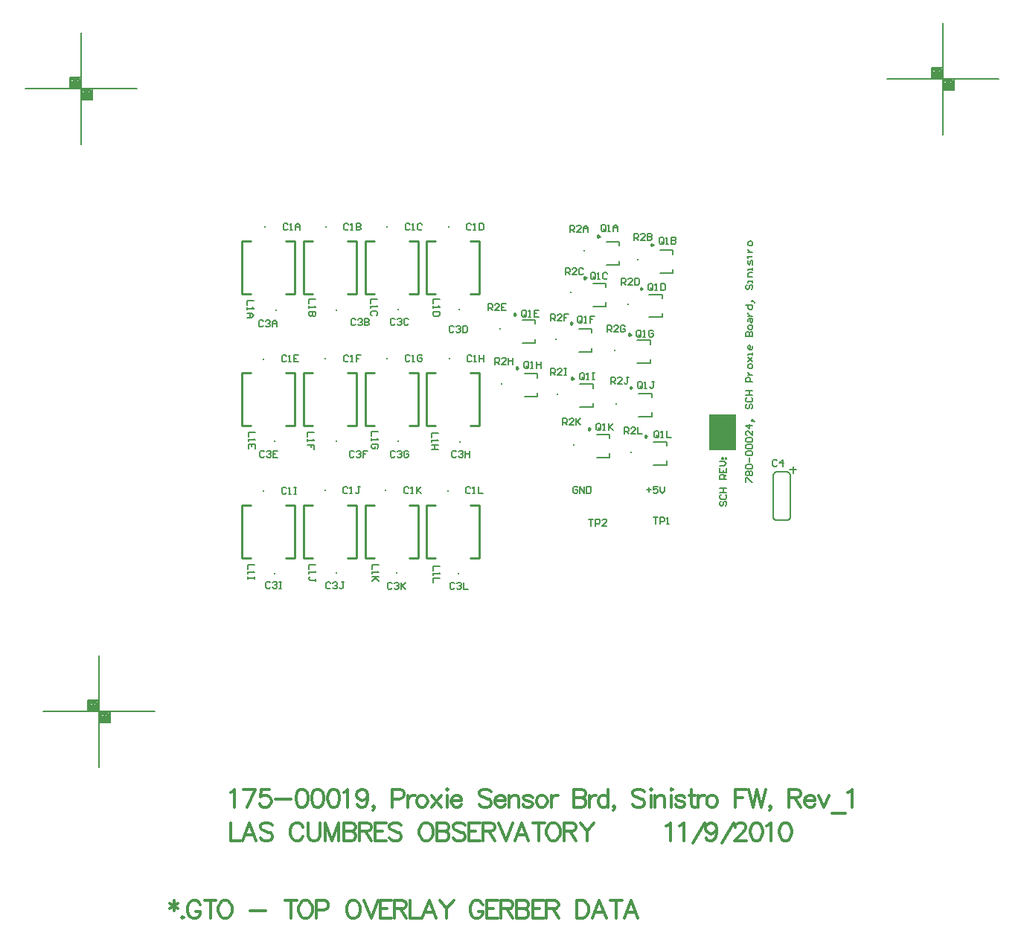
<source format=gto>
%FSLAX23Y23*%
%MOIN*%
G70*
G01*
G75*
G04 Layer_Color=65535*
%ADD10R,0.135X0.070*%
%ADD11R,0.050X0.050*%
%ADD12R,0.094X0.059*%
%ADD13R,0.037X0.035*%
%ADD14R,0.037X0.035*%
%ADD15R,0.050X0.050*%
%ADD16R,0.048X0.078*%
%ADD17C,0.010*%
%ADD18C,0.012*%
%ADD19C,0.008*%
%ADD20C,0.012*%
%ADD21C,0.012*%
%ADD22C,0.157*%
%ADD23C,0.315*%
%ADD24O,0.079X0.039*%
%ADD25O,0.079X0.039*%
%ADD26C,0.047*%
%ADD27C,0.024*%
%ADD28C,0.040*%
%ADD29C,0.127*%
%ADD30C,0.170*%
G04:AMPARAMS|DCode=31|XSize=87.559mil|YSize=87.559mil|CornerRadius=0mil|HoleSize=0mil|Usage=FLASHONLY|Rotation=0.000|XOffset=0mil|YOffset=0mil|HoleType=Round|Shape=Relief|Width=10mil|Gap=10mil|Entries=4|*
%AMTHD31*
7,0,0,0.088,0.068,0.010,45*
%
%ADD31THD31*%
%ADD32C,0.068*%
%ADD33C,0.087*%
%ADD34C,0.050*%
G04:AMPARAMS|DCode=35|XSize=70mil|YSize=70mil|CornerRadius=0mil|HoleSize=0mil|Usage=FLASHONLY|Rotation=0.000|XOffset=0mil|YOffset=0mil|HoleType=Round|Shape=Relief|Width=10mil|Gap=10mil|Entries=4|*
%AMTHD35*
7,0,0,0.070,0.050,0.010,45*
%
%ADD35THD35*%
%ADD36O,0.028X0.098*%
%ADD37R,0.085X0.022*%
%ADD38C,0.006*%
%ADD39C,0.010*%
%ADD40C,0.010*%
%ADD41C,0.008*%
%ADD42C,0.007*%
%ADD43C,0.005*%
%ADD44R,0.122X0.163*%
D17*
X16076Y11637D02*
Y11755D01*
X16037Y11637D02*
X16076D01*
X15840D02*
X15879D01*
X15840D02*
Y11873D01*
X15879D01*
X16037D02*
X16076D01*
Y11755D02*
Y11873D01*
X15801Y11637D02*
Y11755D01*
X15761Y11637D02*
X15801D01*
X15564D02*
X15604D01*
X15564D02*
Y11873D01*
X15604D01*
X15761D02*
X15801D01*
Y11755D02*
Y11873D01*
X15525Y11637D02*
Y11755D01*
X15486Y11637D02*
X15525D01*
X15289D02*
X15328D01*
X15289D02*
Y11873D01*
X15328D01*
X15486D02*
X15525D01*
Y11755D02*
Y11873D01*
X15249Y11637D02*
Y11755D01*
X15210Y11637D02*
X15249D01*
X15013D02*
X15053D01*
X15013D02*
Y11873D01*
X15053D01*
X15210D02*
X15249D01*
Y11755D02*
Y11873D01*
X16076Y12228D02*
Y12346D01*
X16037Y12228D02*
X16076D01*
X15840D02*
X15879D01*
X15840D02*
Y12464D01*
X15879D01*
X16037D02*
X16076D01*
Y12346D02*
Y12464D01*
X15801Y12228D02*
Y12346D01*
X15761Y12228D02*
X15801D01*
X15564D02*
X15604D01*
X15564D02*
Y12464D01*
X15604D01*
X15761D02*
X15801D01*
Y12346D02*
Y12464D01*
X15525Y12228D02*
Y12346D01*
X15486Y12228D02*
X15525D01*
X15289D02*
X15328D01*
X15289D02*
Y12464D01*
X15328D01*
X15486D02*
X15525D01*
Y12346D02*
Y12464D01*
X15249Y12228D02*
Y12346D01*
X15210Y12228D02*
X15249D01*
X15013D02*
X15053D01*
X15013D02*
Y12464D01*
X15053D01*
X15210D02*
X15249D01*
Y12346D02*
Y12464D01*
X16076Y12818D02*
Y12936D01*
X16037Y12818D02*
X16076D01*
X15840D02*
X15879D01*
X15840D02*
Y13055D01*
X15879D01*
X16037D02*
X16076D01*
Y12936D02*
Y13055D01*
X15801Y12818D02*
Y12936D01*
X15761Y12818D02*
X15801D01*
X15564D02*
X15604D01*
X15564D02*
Y13055D01*
X15604D01*
X15761D02*
X15801D01*
Y12936D02*
Y13055D01*
X15525Y12818D02*
Y12936D01*
X15486Y12818D02*
X15525D01*
X15289D02*
X15328D01*
X15289D02*
Y13055D01*
X15328D01*
X15486D02*
X15525D01*
Y12936D02*
Y13055D01*
X15249Y12818D02*
Y12936D01*
X15210Y12818D02*
X15249D01*
X15013D02*
X15053D01*
X15013D02*
Y13055D01*
X15053D01*
X15210D02*
X15249D01*
Y12936D02*
Y13055D01*
D18*
X14708Y10102D02*
Y10056D01*
X14689Y10090D02*
X14727Y10067D01*
Y10090D02*
X14689Y10067D01*
X14747Y10029D02*
X14743Y10026D01*
X14747Y10022D01*
X14751Y10026D01*
X14747Y10029D01*
X14826Y10083D02*
X14822Y10090D01*
X14814Y10098D01*
X14807Y10102D01*
X14791D01*
X14784Y10098D01*
X14776Y10090D01*
X14772Y10083D01*
X14769Y10071D01*
Y10052D01*
X14772Y10041D01*
X14776Y10033D01*
X14784Y10026D01*
X14791Y10022D01*
X14807D01*
X14814Y10026D01*
X14822Y10033D01*
X14826Y10041D01*
Y10052D01*
X14807D02*
X14826D01*
X14871Y10102D02*
Y10022D01*
X14844Y10102D02*
X14897D01*
X14930D02*
X14922Y10098D01*
X14914Y10090D01*
X14911Y10083D01*
X14907Y10071D01*
Y10052D01*
X14911Y10041D01*
X14914Y10033D01*
X14922Y10026D01*
X14930Y10022D01*
X14945D01*
X14953Y10026D01*
X14960Y10033D01*
X14964Y10041D01*
X14968Y10052D01*
Y10071D01*
X14964Y10083D01*
X14960Y10090D01*
X14953Y10098D01*
X14945Y10102D01*
X14930D01*
X15049Y10056D02*
X15118D01*
X15231Y10102D02*
Y10022D01*
X15204Y10102D02*
X15258D01*
X15290D02*
X15282Y10098D01*
X15275Y10090D01*
X15271Y10083D01*
X15267Y10071D01*
Y10052D01*
X15271Y10041D01*
X15275Y10033D01*
X15282Y10026D01*
X15290Y10022D01*
X15305D01*
X15313Y10026D01*
X15320Y10033D01*
X15324Y10041D01*
X15328Y10052D01*
Y10071D01*
X15324Y10083D01*
X15320Y10090D01*
X15313Y10098D01*
X15305Y10102D01*
X15290D01*
X15347Y10060D02*
X15381D01*
X15392Y10064D01*
X15396Y10067D01*
X15400Y10075D01*
Y10086D01*
X15396Y10094D01*
X15392Y10098D01*
X15381Y10102D01*
X15347D01*
Y10022D01*
X15504Y10102D02*
X15496Y10098D01*
X15488Y10090D01*
X15485Y10083D01*
X15481Y10071D01*
Y10052D01*
X15485Y10041D01*
X15488Y10033D01*
X15496Y10026D01*
X15504Y10022D01*
X15519D01*
X15527Y10026D01*
X15534Y10033D01*
X15538Y10041D01*
X15542Y10052D01*
Y10071D01*
X15538Y10083D01*
X15534Y10090D01*
X15527Y10098D01*
X15519Y10102D01*
X15504D01*
X15560D02*
X15591Y10022D01*
X15621Y10102D02*
X15591Y10022D01*
X15681Y10102D02*
X15632D01*
Y10022D01*
X15681D01*
X15632Y10064D02*
X15662D01*
X15694Y10102D02*
Y10022D01*
Y10102D02*
X15729D01*
X15740Y10098D01*
X15744Y10094D01*
X15748Y10086D01*
Y10079D01*
X15744Y10071D01*
X15740Y10067D01*
X15729Y10064D01*
X15694D01*
X15721D02*
X15748Y10022D01*
X15766Y10102D02*
Y10022D01*
X15811D01*
X15881D02*
X15851Y10102D01*
X15820Y10022D01*
X15832Y10048D02*
X15870D01*
X15900Y10102D02*
X15930Y10064D01*
Y10022D01*
X15961Y10102D02*
X15930Y10064D01*
X16091Y10083D02*
X16087Y10090D01*
X16080Y10098D01*
X16072Y10102D01*
X16057D01*
X16049Y10098D01*
X16041Y10090D01*
X16038Y10083D01*
X16034Y10071D01*
Y10052D01*
X16038Y10041D01*
X16041Y10033D01*
X16049Y10026D01*
X16057Y10022D01*
X16072D01*
X16080Y10026D01*
X16087Y10033D01*
X16091Y10041D01*
Y10052D01*
X16072D02*
X16091D01*
X16159Y10102D02*
X16109D01*
Y10022D01*
X16159D01*
X16109Y10064D02*
X16140D01*
X16172Y10102D02*
Y10022D01*
Y10102D02*
X16206D01*
X16218Y10098D01*
X16222Y10094D01*
X16225Y10086D01*
Y10079D01*
X16222Y10071D01*
X16218Y10067D01*
X16206Y10064D01*
X16172D01*
X16199D02*
X16225Y10022D01*
X16243Y10102D02*
Y10022D01*
Y10102D02*
X16278D01*
X16289Y10098D01*
X16293Y10094D01*
X16297Y10086D01*
Y10079D01*
X16293Y10071D01*
X16289Y10067D01*
X16278Y10064D01*
X16243D02*
X16278D01*
X16289Y10060D01*
X16293Y10056D01*
X16297Y10048D01*
Y10037D01*
X16293Y10029D01*
X16289Y10026D01*
X16278Y10022D01*
X16243D01*
X16364Y10102D02*
X16315D01*
Y10022D01*
X16364D01*
X16315Y10064D02*
X16345D01*
X16377Y10102D02*
Y10022D01*
Y10102D02*
X16412D01*
X16423Y10098D01*
X16427Y10094D01*
X16431Y10086D01*
Y10079D01*
X16427Y10071D01*
X16423Y10067D01*
X16412Y10064D01*
X16377D01*
X16404D02*
X16431Y10022D01*
X16511Y10102D02*
Y10022D01*
Y10102D02*
X16538D01*
X16550Y10098D01*
X16557Y10090D01*
X16561Y10083D01*
X16565Y10071D01*
Y10052D01*
X16561Y10041D01*
X16557Y10033D01*
X16550Y10026D01*
X16538Y10022D01*
X16511D01*
X16644D02*
X16613Y10102D01*
X16583Y10022D01*
X16594Y10048D02*
X16632D01*
X16689Y10102D02*
Y10022D01*
X16662Y10102D02*
X16716D01*
X16786Y10022D02*
X16756Y10102D01*
X16725Y10022D01*
X16737Y10048D02*
X16775D01*
D19*
X17469Y12007D02*
X17465Y12017D01*
X17455Y12021D01*
X17407D02*
X17397Y12017D01*
X17393Y12007D01*
Y11819D02*
X17397Y11809D01*
X17407Y11805D01*
X17455D02*
X17465Y11809D01*
X17469Y11819D01*
X17407Y11805D02*
X17455D01*
X17407Y12021D02*
X17455D01*
X17469Y11819D02*
Y12007D01*
X17393Y11819D02*
Y12007D01*
X14123Y10950D02*
X14623D01*
X14373Y10700D02*
Y11200D01*
X14323Y10950D02*
Y11000D01*
X14373D01*
X14423Y10900D02*
Y10950D01*
X14373Y10900D02*
X14423D01*
X14378Y10945D02*
X14418D01*
Y10905D02*
Y10945D01*
X14378Y10905D02*
X14418D01*
X14378D02*
Y10945D01*
X14383Y10940D02*
X14413D01*
Y10910D02*
Y10940D01*
X14383Y10910D02*
X14413D01*
X14383D02*
Y10935D01*
X14388D02*
X14408D01*
Y10915D02*
Y10935D01*
X14388Y10915D02*
X14408D01*
X14388D02*
Y10930D01*
X14393D02*
X14403D01*
Y10920D02*
Y10930D01*
X14393Y10920D02*
X14403D01*
X14393D02*
Y10930D01*
Y10925D02*
X14403D01*
X14328Y10995D02*
X14368D01*
Y10955D02*
Y10995D01*
X14328Y10955D02*
X14368D01*
X14328D02*
Y10995D01*
X14333Y10990D02*
X14363D01*
Y10960D02*
Y10990D01*
X14333Y10960D02*
X14363D01*
X14333D02*
Y10985D01*
X14338D02*
X14358D01*
Y10965D02*
Y10985D01*
X14338Y10965D02*
X14358D01*
X14338D02*
Y10980D01*
X14343D02*
X14353D01*
Y10970D02*
Y10980D01*
X14343Y10970D02*
X14353D01*
X14343D02*
Y10980D01*
Y10975D02*
X14353D01*
X17902Y13781D02*
X18402D01*
X18152Y13531D02*
Y14031D01*
X18102Y13781D02*
Y13831D01*
X18152D01*
X18202Y13731D02*
Y13781D01*
X18152Y13731D02*
X18202D01*
X18157Y13776D02*
X18197D01*
Y13736D02*
Y13776D01*
X18157Y13736D02*
X18197D01*
X18157D02*
Y13776D01*
X18162Y13771D02*
X18192D01*
Y13741D02*
Y13771D01*
X18162Y13741D02*
X18192D01*
X18162D02*
Y13766D01*
X18167D02*
X18187D01*
Y13746D02*
Y13766D01*
X18167Y13746D02*
X18187D01*
X18167D02*
Y13761D01*
X18172D02*
X18182D01*
Y13751D02*
Y13761D01*
X18172Y13751D02*
X18182D01*
X18172D02*
Y13761D01*
Y13756D02*
X18182D01*
X18107Y13826D02*
X18147D01*
Y13786D02*
Y13826D01*
X18107Y13786D02*
X18147D01*
X18107D02*
Y13826D01*
X18112Y13821D02*
X18142D01*
Y13791D02*
Y13821D01*
X18112Y13791D02*
X18142D01*
X18112D02*
Y13816D01*
X18117D02*
X18137D01*
Y13796D02*
Y13816D01*
X18117Y13796D02*
X18137D01*
X18117D02*
Y13811D01*
X18122D02*
X18132D01*
Y13801D02*
Y13811D01*
X18122Y13801D02*
X18132D01*
X18122D02*
Y13811D01*
Y13806D02*
X18132D01*
X14042Y13738D02*
X14542D01*
X14292Y13488D02*
Y13988D01*
X14242Y13738D02*
Y13788D01*
X14292D01*
X14342Y13688D02*
Y13738D01*
X14292Y13688D02*
X14342D01*
X14297Y13733D02*
X14337D01*
Y13693D02*
Y13733D01*
X14297Y13693D02*
X14337D01*
X14297D02*
Y13733D01*
X14302Y13728D02*
X14332D01*
Y13698D02*
Y13728D01*
X14302Y13698D02*
X14332D01*
X14302D02*
Y13723D01*
X14307D02*
X14327D01*
Y13703D02*
Y13723D01*
X14307Y13703D02*
X14327D01*
X14307D02*
Y13718D01*
X14312D02*
X14322D01*
Y13708D02*
Y13718D01*
X14312Y13708D02*
X14322D01*
X14312D02*
Y13718D01*
Y13713D02*
X14322D01*
X14247Y13783D02*
X14287D01*
Y13743D02*
Y13783D01*
X14247Y13743D02*
X14287D01*
X14247D02*
Y13783D01*
X14252Y13778D02*
X14282D01*
Y13748D02*
Y13778D01*
X14252Y13748D02*
X14282D01*
X14252D02*
Y13773D01*
X14257D02*
X14277D01*
Y13753D02*
Y13773D01*
X14257Y13753D02*
X14277D01*
X14257D02*
Y13768D01*
X14262D02*
X14272D01*
Y13758D02*
Y13768D01*
X14262Y13758D02*
X14272D01*
X14262D02*
Y13768D01*
Y13763D02*
X14272D01*
D20*
X14961Y10449D02*
Y10369D01*
X15007D01*
X15076D02*
X15046Y10449D01*
X15015Y10369D01*
X15027Y10396D02*
X15065D01*
X15148Y10438D02*
X15141Y10445D01*
X15129Y10449D01*
X15114D01*
X15103Y10445D01*
X15095Y10438D01*
Y10430D01*
X15099Y10423D01*
X15103Y10419D01*
X15110Y10415D01*
X15133Y10407D01*
X15141Y10404D01*
X15145Y10400D01*
X15148Y10392D01*
Y10381D01*
X15141Y10373D01*
X15129Y10369D01*
X15114D01*
X15103Y10373D01*
X15095Y10381D01*
X15286Y10430D02*
X15282Y10438D01*
X15275Y10445D01*
X15267Y10449D01*
X15252D01*
X15244Y10445D01*
X15237Y10438D01*
X15233Y10430D01*
X15229Y10419D01*
Y10400D01*
X15233Y10388D01*
X15237Y10381D01*
X15244Y10373D01*
X15252Y10369D01*
X15267D01*
X15275Y10373D01*
X15282Y10381D01*
X15286Y10388D01*
X15309Y10449D02*
Y10392D01*
X15313Y10381D01*
X15320Y10373D01*
X15332Y10369D01*
X15339D01*
X15351Y10373D01*
X15358Y10381D01*
X15362Y10392D01*
Y10449D01*
X15384D02*
Y10369D01*
Y10449D02*
X15415Y10369D01*
X15445Y10449D02*
X15415Y10369D01*
X15445Y10449D02*
Y10369D01*
X15468Y10449D02*
Y10369D01*
Y10449D02*
X15502D01*
X15514Y10445D01*
X15517Y10442D01*
X15521Y10434D01*
Y10426D01*
X15517Y10419D01*
X15514Y10415D01*
X15502Y10411D01*
X15468D02*
X15502D01*
X15514Y10407D01*
X15517Y10404D01*
X15521Y10396D01*
Y10385D01*
X15517Y10377D01*
X15514Y10373D01*
X15502Y10369D01*
X15468D01*
X15539Y10449D02*
Y10369D01*
Y10449D02*
X15573D01*
X15585Y10445D01*
X15589Y10442D01*
X15593Y10434D01*
Y10426D01*
X15589Y10419D01*
X15585Y10415D01*
X15573Y10411D01*
X15539D01*
X15566D02*
X15593Y10369D01*
X15660Y10449D02*
X15610D01*
Y10369D01*
X15660D01*
X15610Y10411D02*
X15641D01*
X15727Y10438D02*
X15719Y10445D01*
X15708Y10449D01*
X15692D01*
X15681Y10445D01*
X15673Y10438D01*
Y10430D01*
X15677Y10423D01*
X15681Y10419D01*
X15688Y10415D01*
X15711Y10407D01*
X15719Y10404D01*
X15723Y10400D01*
X15727Y10392D01*
Y10381D01*
X15719Y10373D01*
X15708Y10369D01*
X15692D01*
X15681Y10373D01*
X15673Y10381D01*
X15830Y10449D02*
X15823Y10445D01*
X15815Y10438D01*
X15811Y10430D01*
X15807Y10419D01*
Y10400D01*
X15811Y10388D01*
X15815Y10381D01*
X15823Y10373D01*
X15830Y10369D01*
X15845D01*
X15853Y10373D01*
X15861Y10381D01*
X15864Y10388D01*
X15868Y10400D01*
Y10419D01*
X15864Y10430D01*
X15861Y10438D01*
X15853Y10445D01*
X15845Y10449D01*
X15830D01*
X15887D02*
Y10369D01*
Y10449D02*
X15921D01*
X15933Y10445D01*
X15936Y10442D01*
X15940Y10434D01*
Y10426D01*
X15936Y10419D01*
X15933Y10415D01*
X15921Y10411D01*
X15887D02*
X15921D01*
X15933Y10407D01*
X15936Y10404D01*
X15940Y10396D01*
Y10385D01*
X15936Y10377D01*
X15933Y10373D01*
X15921Y10369D01*
X15887D01*
X16011Y10438D02*
X16004Y10445D01*
X15992Y10449D01*
X15977D01*
X15966Y10445D01*
X15958Y10438D01*
Y10430D01*
X15962Y10423D01*
X15966Y10419D01*
X15973Y10415D01*
X15996Y10407D01*
X16004Y10404D01*
X16008Y10400D01*
X16011Y10392D01*
Y10381D01*
X16004Y10373D01*
X15992Y10369D01*
X15977D01*
X15966Y10373D01*
X15958Y10381D01*
X16079Y10449D02*
X16029D01*
Y10369D01*
X16079D01*
X16029Y10411D02*
X16060D01*
X16092Y10449D02*
Y10369D01*
Y10449D02*
X16126D01*
X16138Y10445D01*
X16142Y10442D01*
X16146Y10434D01*
Y10426D01*
X16142Y10419D01*
X16138Y10415D01*
X16126Y10411D01*
X16092D01*
X16119D02*
X16146Y10369D01*
X16163Y10449D02*
X16194Y10369D01*
X16224Y10449D02*
X16194Y10369D01*
X16296D02*
X16265Y10449D01*
X16235Y10369D01*
X16246Y10396D02*
X16284D01*
X16341Y10449D02*
Y10369D01*
X16314Y10449D02*
X16368D01*
X16400D02*
X16392Y10445D01*
X16385Y10438D01*
X16381Y10430D01*
X16377Y10419D01*
Y10400D01*
X16381Y10388D01*
X16385Y10381D01*
X16392Y10373D01*
X16400Y10369D01*
X16415D01*
X16423Y10373D01*
X16430Y10381D01*
X16434Y10388D01*
X16438Y10400D01*
Y10419D01*
X16434Y10430D01*
X16430Y10438D01*
X16423Y10445D01*
X16415Y10449D01*
X16400D01*
X16457D02*
Y10369D01*
Y10449D02*
X16491D01*
X16502Y10445D01*
X16506Y10442D01*
X16510Y10434D01*
Y10426D01*
X16506Y10419D01*
X16502Y10415D01*
X16491Y10411D01*
X16457D01*
X16483D02*
X16510Y10369D01*
X16528Y10449D02*
X16558Y10411D01*
Y10369D01*
X16589Y10449D02*
X16558Y10411D01*
X16913Y10434D02*
X16921Y10438D01*
X16932Y10449D01*
Y10369D01*
X16972Y10434D02*
X16980Y10438D01*
X16991Y10449D01*
Y10369D01*
X17031Y10358D02*
X17084Y10449D01*
X17139Y10423D02*
X17135Y10411D01*
X17127Y10404D01*
X17116Y10400D01*
X17112D01*
X17101Y10404D01*
X17093Y10411D01*
X17089Y10423D01*
Y10426D01*
X17093Y10438D01*
X17101Y10445D01*
X17112Y10449D01*
X17116D01*
X17127Y10445D01*
X17135Y10438D01*
X17139Y10423D01*
Y10404D01*
X17135Y10385D01*
X17127Y10373D01*
X17116Y10369D01*
X17108D01*
X17097Y10373D01*
X17093Y10381D01*
X17161Y10358D02*
X17214Y10449D01*
X17223Y10430D02*
Y10434D01*
X17227Y10442D01*
X17231Y10445D01*
X17238Y10449D01*
X17253D01*
X17261Y10445D01*
X17265Y10442D01*
X17269Y10434D01*
Y10426D01*
X17265Y10419D01*
X17257Y10407D01*
X17219Y10369D01*
X17273D01*
X17313Y10449D02*
X17302Y10445D01*
X17294Y10434D01*
X17290Y10415D01*
Y10404D01*
X17294Y10385D01*
X17302Y10373D01*
X17313Y10369D01*
X17321D01*
X17332Y10373D01*
X17340Y10385D01*
X17344Y10404D01*
Y10415D01*
X17340Y10434D01*
X17332Y10445D01*
X17321Y10449D01*
X17313D01*
X17362Y10434D02*
X17369Y10438D01*
X17381Y10449D01*
Y10369D01*
X17443Y10449D02*
X17432Y10445D01*
X17424Y10434D01*
X17420Y10415D01*
Y10404D01*
X17424Y10385D01*
X17432Y10373D01*
X17443Y10369D01*
X17451D01*
X17462Y10373D01*
X17470Y10385D01*
X17474Y10404D01*
Y10415D01*
X17470Y10434D01*
X17462Y10445D01*
X17451Y10449D01*
X17443D01*
D21*
X14961Y10584D02*
X14969Y10588D01*
X14980Y10599D01*
Y10519D01*
X15073Y10599D02*
X15035Y10519D01*
X15020Y10599D02*
X15073D01*
X15137D02*
X15099D01*
X15095Y10565D01*
X15099Y10569D01*
X15110Y10573D01*
X15121D01*
X15133Y10569D01*
X15140Y10561D01*
X15144Y10550D01*
Y10542D01*
X15140Y10531D01*
X15133Y10523D01*
X15121Y10519D01*
X15110D01*
X15099Y10523D01*
X15095Y10527D01*
X15091Y10535D01*
X15162Y10554D02*
X15231D01*
X15277Y10599D02*
X15266Y10595D01*
X15258Y10584D01*
X15254Y10565D01*
Y10554D01*
X15258Y10535D01*
X15266Y10523D01*
X15277Y10519D01*
X15285D01*
X15296Y10523D01*
X15304Y10535D01*
X15308Y10554D01*
Y10565D01*
X15304Y10584D01*
X15296Y10595D01*
X15285Y10599D01*
X15277D01*
X15348D02*
X15337Y10595D01*
X15329Y10584D01*
X15326Y10565D01*
Y10554D01*
X15329Y10535D01*
X15337Y10523D01*
X15348Y10519D01*
X15356D01*
X15367Y10523D01*
X15375Y10535D01*
X15379Y10554D01*
Y10565D01*
X15375Y10584D01*
X15367Y10595D01*
X15356Y10599D01*
X15348D01*
X15420D02*
X15408Y10595D01*
X15401Y10584D01*
X15397Y10565D01*
Y10554D01*
X15401Y10535D01*
X15408Y10523D01*
X15420Y10519D01*
X15427D01*
X15439Y10523D01*
X15446Y10535D01*
X15450Y10554D01*
Y10565D01*
X15446Y10584D01*
X15439Y10595D01*
X15427Y10599D01*
X15420D01*
X15468Y10584D02*
X15476Y10588D01*
X15487Y10599D01*
Y10519D01*
X15576Y10573D02*
X15572Y10561D01*
X15565Y10554D01*
X15553Y10550D01*
X15549D01*
X15538Y10554D01*
X15530Y10561D01*
X15527Y10573D01*
Y10576D01*
X15530Y10588D01*
X15538Y10595D01*
X15549Y10599D01*
X15553D01*
X15565Y10595D01*
X15572Y10588D01*
X15576Y10573D01*
Y10554D01*
X15572Y10535D01*
X15565Y10523D01*
X15553Y10519D01*
X15546D01*
X15534Y10523D01*
X15530Y10531D01*
X15605Y10523D02*
X15602Y10519D01*
X15598Y10523D01*
X15602Y10527D01*
X15605Y10523D01*
Y10515D01*
X15602Y10508D01*
X15598Y10504D01*
X15686Y10557D02*
X15720D01*
X15732Y10561D01*
X15735Y10565D01*
X15739Y10573D01*
Y10584D01*
X15735Y10592D01*
X15732Y10595D01*
X15720Y10599D01*
X15686D01*
Y10519D01*
X15757Y10573D02*
Y10519D01*
Y10550D02*
X15761Y10561D01*
X15768Y10569D01*
X15776Y10573D01*
X15788D01*
X15814D02*
X15806Y10569D01*
X15799Y10561D01*
X15795Y10550D01*
Y10542D01*
X15799Y10531D01*
X15806Y10523D01*
X15814Y10519D01*
X15825D01*
X15833Y10523D01*
X15840Y10531D01*
X15844Y10542D01*
Y10550D01*
X15840Y10561D01*
X15833Y10569D01*
X15825Y10573D01*
X15814D01*
X15862D02*
X15904Y10519D01*
Y10573D02*
X15862Y10519D01*
X15928Y10599D02*
X15932Y10595D01*
X15936Y10599D01*
X15932Y10603D01*
X15928Y10599D01*
X15932Y10573D02*
Y10519D01*
X15950Y10550D02*
X15995D01*
Y10557D01*
X15992Y10565D01*
X15988Y10569D01*
X15980Y10573D01*
X15969D01*
X15961Y10569D01*
X15954Y10561D01*
X15950Y10550D01*
Y10542D01*
X15954Y10531D01*
X15961Y10523D01*
X15969Y10519D01*
X15980D01*
X15988Y10523D01*
X15995Y10531D01*
X16129Y10588D02*
X16121Y10595D01*
X16110Y10599D01*
X16095D01*
X16083Y10595D01*
X16075Y10588D01*
Y10580D01*
X16079Y10573D01*
X16083Y10569D01*
X16091Y10565D01*
X16114Y10557D01*
X16121Y10554D01*
X16125Y10550D01*
X16129Y10542D01*
Y10531D01*
X16121Y10523D01*
X16110Y10519D01*
X16095D01*
X16083Y10523D01*
X16075Y10531D01*
X16147Y10550D02*
X16192D01*
Y10557D01*
X16189Y10565D01*
X16185Y10569D01*
X16177Y10573D01*
X16166D01*
X16158Y10569D01*
X16150Y10561D01*
X16147Y10550D01*
Y10542D01*
X16150Y10531D01*
X16158Y10523D01*
X16166Y10519D01*
X16177D01*
X16185Y10523D01*
X16192Y10531D01*
X16210Y10573D02*
Y10519D01*
Y10557D02*
X16221Y10569D01*
X16229Y10573D01*
X16240D01*
X16248Y10569D01*
X16251Y10557D01*
Y10519D01*
X16314Y10561D02*
X16310Y10569D01*
X16299Y10573D01*
X16288D01*
X16276Y10569D01*
X16272Y10561D01*
X16276Y10554D01*
X16284Y10550D01*
X16303Y10546D01*
X16310Y10542D01*
X16314Y10535D01*
Y10531D01*
X16310Y10523D01*
X16299Y10519D01*
X16288D01*
X16276Y10523D01*
X16272Y10531D01*
X16350Y10573D02*
X16342Y10569D01*
X16335Y10561D01*
X16331Y10550D01*
Y10542D01*
X16335Y10531D01*
X16342Y10523D01*
X16350Y10519D01*
X16361D01*
X16369Y10523D01*
X16377Y10531D01*
X16381Y10542D01*
Y10550D01*
X16377Y10561D01*
X16369Y10569D01*
X16361Y10573D01*
X16350D01*
X16398D02*
Y10519D01*
Y10550D02*
X16402Y10561D01*
X16409Y10569D01*
X16417Y10573D01*
X16429D01*
X16499Y10599D02*
Y10519D01*
Y10599D02*
X16533D01*
X16544Y10595D01*
X16548Y10592D01*
X16552Y10584D01*
Y10576D01*
X16548Y10569D01*
X16544Y10565D01*
X16533Y10561D01*
X16499D02*
X16533D01*
X16544Y10557D01*
X16548Y10554D01*
X16552Y10546D01*
Y10535D01*
X16548Y10527D01*
X16544Y10523D01*
X16533Y10519D01*
X16499D01*
X16570Y10573D02*
Y10519D01*
Y10550D02*
X16574Y10561D01*
X16581Y10569D01*
X16589Y10573D01*
X16600D01*
X16653Y10599D02*
Y10519D01*
Y10561D02*
X16646Y10569D01*
X16638Y10573D01*
X16627D01*
X16619Y10569D01*
X16611Y10561D01*
X16608Y10550D01*
Y10542D01*
X16611Y10531D01*
X16619Y10523D01*
X16627Y10519D01*
X16638D01*
X16646Y10523D01*
X16653Y10531D01*
X16682Y10523D02*
X16678Y10519D01*
X16675Y10523D01*
X16678Y10527D01*
X16682Y10523D01*
Y10515D01*
X16678Y10508D01*
X16675Y10504D01*
X16816Y10588D02*
X16808Y10595D01*
X16797Y10599D01*
X16782D01*
X16770Y10595D01*
X16763Y10588D01*
Y10580D01*
X16766Y10573D01*
X16770Y10569D01*
X16778Y10565D01*
X16801Y10557D01*
X16808Y10554D01*
X16812Y10550D01*
X16816Y10542D01*
Y10531D01*
X16808Y10523D01*
X16797Y10519D01*
X16782D01*
X16770Y10523D01*
X16763Y10531D01*
X16841Y10599D02*
X16845Y10595D01*
X16849Y10599D01*
X16845Y10603D01*
X16841Y10599D01*
X16845Y10573D02*
Y10519D01*
X16863Y10573D02*
Y10519D01*
Y10557D02*
X16875Y10569D01*
X16882Y10573D01*
X16894D01*
X16901Y10569D01*
X16905Y10557D01*
Y10519D01*
X16934Y10599D02*
X16937Y10595D01*
X16941Y10599D01*
X16937Y10603D01*
X16934Y10599D01*
X16937Y10573D02*
Y10519D01*
X16997Y10561D02*
X16993Y10569D01*
X16982Y10573D01*
X16971D01*
X16959Y10569D01*
X16955Y10561D01*
X16959Y10554D01*
X16967Y10550D01*
X16986Y10546D01*
X16993Y10542D01*
X16997Y10535D01*
Y10531D01*
X16993Y10523D01*
X16982Y10519D01*
X16971D01*
X16959Y10523D01*
X16955Y10531D01*
X17025Y10599D02*
Y10535D01*
X17029Y10523D01*
X17037Y10519D01*
X17044D01*
X17014Y10573D02*
X17041D01*
X17056D02*
Y10519D01*
Y10550D02*
X17060Y10561D01*
X17067Y10569D01*
X17075Y10573D01*
X17086D01*
X17113D02*
X17105Y10569D01*
X17097Y10561D01*
X17094Y10550D01*
Y10542D01*
X17097Y10531D01*
X17105Y10523D01*
X17113Y10519D01*
X17124D01*
X17132Y10523D01*
X17139Y10531D01*
X17143Y10542D01*
Y10550D01*
X17139Y10561D01*
X17132Y10569D01*
X17124Y10573D01*
X17113D01*
X17223Y10599D02*
Y10519D01*
Y10599D02*
X17273D01*
X17223Y10561D02*
X17254D01*
X17282Y10599D02*
X17301Y10519D01*
X17320Y10599D02*
X17301Y10519D01*
X17320Y10599D02*
X17339Y10519D01*
X17358Y10599D02*
X17339Y10519D01*
X17382Y10523D02*
X17378Y10519D01*
X17374Y10523D01*
X17378Y10527D01*
X17382Y10523D01*
Y10515D01*
X17378Y10508D01*
X17374Y10504D01*
X17462Y10599D02*
Y10519D01*
Y10599D02*
X17496D01*
X17508Y10595D01*
X17512Y10592D01*
X17516Y10584D01*
Y10576D01*
X17512Y10569D01*
X17508Y10565D01*
X17496Y10561D01*
X17462D01*
X17489D02*
X17516Y10519D01*
X17533Y10550D02*
X17579D01*
Y10557D01*
X17575Y10565D01*
X17572Y10569D01*
X17564Y10573D01*
X17552D01*
X17545Y10569D01*
X17537Y10561D01*
X17533Y10550D01*
Y10542D01*
X17537Y10531D01*
X17545Y10523D01*
X17552Y10519D01*
X17564D01*
X17572Y10523D01*
X17579Y10531D01*
X17596Y10573D02*
X17619Y10519D01*
X17642Y10573D02*
X17619Y10519D01*
X17655Y10493D02*
X17716D01*
X17726Y10584D02*
X17734Y10588D01*
X17745Y10599D01*
Y10519D01*
D39*
X15987Y12748D02*
D03*
X15934Y11937D02*
D03*
X15983Y11567D02*
D03*
X16754Y12109D02*
D03*
X15657Y11938D02*
D03*
X15706Y11568D02*
D03*
X16499Y12143D02*
D03*
X15385Y11938D02*
D03*
X15434Y11568D02*
D03*
X16688Y12327D02*
D03*
X15109Y11936D02*
D03*
X15158Y11566D02*
D03*
X16426Y12368D02*
D03*
X15941Y12528D02*
D03*
X15989Y12156D02*
D03*
X16177Y12415D02*
D03*
X15663Y12529D02*
D03*
X15712Y12159D02*
D03*
X16681Y12565D02*
D03*
X15387Y12528D02*
D03*
X15436Y12158D02*
D03*
X16419Y12616D02*
D03*
X15109Y12527D02*
D03*
X15159Y12160D02*
D03*
X16170Y12663D02*
D03*
X15938Y13118D02*
D03*
X16741Y12773D02*
D03*
X15662Y13118D02*
D03*
X15711Y12748D02*
D03*
X16487Y12824D02*
D03*
X15388Y13118D02*
D03*
X15436Y12747D02*
D03*
X16787Y12972D02*
D03*
X15117Y13118D02*
D03*
X15165Y12744D02*
D03*
X16547Y13012D02*
D03*
D40*
X16826Y12181D02*
X16819Y12185D01*
Y12177D01*
X16826Y12181D01*
X16571Y12215D02*
X16564Y12219D01*
Y12210D01*
X16571Y12215D01*
X16760Y12398D02*
X16753Y12403D01*
Y12394D01*
X16760Y12398D01*
X16498Y12440D02*
X16490Y12444D01*
Y12435D01*
X16498Y12440D01*
X16249Y12486D02*
X16242Y12491D01*
Y12482D01*
X16249Y12486D01*
X16754Y12637D02*
X16746Y12641D01*
Y12633D01*
X16754Y12637D01*
X16491Y12688D02*
X16484Y12692D01*
Y12683D01*
X16491Y12688D01*
X16239Y12727D02*
X16232Y12732D01*
Y12723D01*
X16239Y12727D01*
X16806Y12842D02*
X16799Y12846D01*
Y12838D01*
X16806Y12842D01*
X16554Y12891D02*
X16547Y12895D01*
Y12887D01*
X16554Y12891D01*
X16855Y13039D02*
X16847Y13043D01*
Y13035D01*
X16855Y13039D01*
X16614Y13077D02*
X16607Y13082D01*
Y13073D01*
X16614Y13077D01*
D41*
X16914Y12053D02*
Y12071D01*
Y12138D02*
Y12155D01*
X16856D02*
X16914D01*
X16856Y12053D02*
X16914D01*
X16659Y12087D02*
Y12104D01*
Y12171D02*
Y12189D01*
X16601D02*
X16659D01*
X16601Y12087D02*
X16659D01*
X16848Y12270D02*
Y12288D01*
Y12355D02*
Y12373D01*
X16790D02*
X16848D01*
X16790Y12270D02*
X16848D01*
X16585Y12312D02*
Y12329D01*
Y12396D02*
Y12414D01*
X16527D02*
X16585D01*
X16527Y12312D02*
X16585D01*
X16337Y12358D02*
Y12376D01*
Y12443D02*
Y12461D01*
X16279D02*
X16337D01*
X16279Y12358D02*
X16337D01*
X16841Y12509D02*
Y12527D01*
Y12593D02*
Y12611D01*
X16783D02*
X16841D01*
X16783Y12509D02*
X16841D01*
X16579Y12560D02*
Y12577D01*
Y12644D02*
Y12662D01*
X16521D02*
X16579D01*
X16521Y12560D02*
X16579D01*
X16327Y12599D02*
Y12617D01*
Y12684D02*
Y12702D01*
X16269D02*
X16327D01*
X16269Y12599D02*
X16327D01*
X16894Y12714D02*
Y12732D01*
Y12799D02*
Y12816D01*
X16836D02*
X16894D01*
X16836Y12714D02*
X16894D01*
X16642Y12763D02*
Y12781D01*
Y12848D02*
Y12865D01*
X16584D02*
X16642D01*
X16584Y12763D02*
X16642D01*
X16942Y12911D02*
Y12929D01*
Y12996D02*
Y13014D01*
X16884D02*
X16942D01*
X16884Y12911D02*
X16942D01*
X16702Y12949D02*
Y12967D01*
Y13034D02*
Y13052D01*
X16644D02*
X16702D01*
X16644Y12949D02*
X16702D01*
D42*
X17466Y12032D02*
X17496D01*
X17481Y12017D02*
Y12047D01*
D43*
X17158Y11890D02*
X17153Y11885D01*
Y11875D01*
X17158Y11870D01*
X17163D01*
X17168Y11875D01*
Y11885D01*
X17173Y11890D01*
X17178D01*
X17183Y11885D01*
Y11875D01*
X17178Y11870D01*
X17158Y11920D02*
X17153Y11915D01*
Y11905D01*
X17158Y11900D01*
X17178D01*
X17183Y11905D01*
Y11915D01*
X17178Y11920D01*
X17153Y11930D02*
X17183D01*
X17168D01*
Y11950D01*
X17153D01*
X17183D01*
Y11990D02*
X17153D01*
Y12005D01*
X17158Y12010D01*
X17168D01*
X17173Y12005D01*
Y11990D01*
Y12000D02*
X17183Y12010D01*
X17153Y12040D02*
Y12020D01*
X17183D01*
Y12040D01*
X17168Y12020D02*
Y12030D01*
X17153Y12050D02*
X17173D01*
X17183Y12060D01*
X17173Y12070D01*
X17153D01*
X17163Y12080D02*
Y12085D01*
X17168D01*
Y12080D01*
X17163D01*
X17178D02*
Y12085D01*
X17183D01*
Y12080D01*
X17178D01*
X17269Y11974D02*
Y11994D01*
X17274D01*
X17294Y11974D01*
X17299D01*
X17274Y12004D02*
X17269Y12009D01*
Y12019D01*
X17274Y12024D01*
X17279D01*
X17284Y12019D01*
X17289Y12024D01*
X17294D01*
X17299Y12019D01*
Y12009D01*
X17294Y12004D01*
X17289D01*
X17284Y12009D01*
X17279Y12004D01*
X17274D01*
X17284Y12009D02*
Y12019D01*
X17274Y12034D02*
X17269Y12039D01*
Y12049D01*
X17274Y12054D01*
X17294D01*
X17299Y12049D01*
Y12039D01*
X17294Y12034D01*
X17274D01*
X17284Y12064D02*
Y12084D01*
X17274Y12094D02*
X17269Y12099D01*
Y12109D01*
X17274Y12114D01*
X17294D01*
X17299Y12109D01*
Y12099D01*
X17294Y12094D01*
X17274D01*
Y12124D02*
X17269Y12129D01*
Y12139D01*
X17274Y12144D01*
X17294D01*
X17299Y12139D01*
Y12129D01*
X17294Y12124D01*
X17274D01*
Y12154D02*
X17269Y12159D01*
Y12169D01*
X17274Y12174D01*
X17294D01*
X17299Y12169D01*
Y12159D01*
X17294Y12154D01*
X17274D01*
X17299Y12204D02*
Y12184D01*
X17279Y12204D01*
X17274D01*
X17269Y12199D01*
Y12189D01*
X17274Y12184D01*
X17299Y12229D02*
X17269D01*
X17284Y12214D01*
Y12234D01*
X17304Y12249D02*
X17299Y12254D01*
X17294D01*
Y12249D01*
X17299D01*
Y12254D01*
X17304Y12249D01*
X17309Y12244D01*
X17274Y12324D02*
X17269Y12319D01*
Y12309D01*
X17274Y12304D01*
X17279D01*
X17284Y12309D01*
Y12319D01*
X17289Y12324D01*
X17294D01*
X17299Y12319D01*
Y12309D01*
X17294Y12304D01*
X17274Y12354D02*
X17269Y12349D01*
Y12339D01*
X17274Y12334D01*
X17294D01*
X17299Y12339D01*
Y12349D01*
X17294Y12354D01*
X17269Y12364D02*
X17299D01*
X17284D01*
Y12384D01*
X17269D01*
X17299D01*
Y12424D02*
X17269D01*
Y12439D01*
X17274Y12444D01*
X17284D01*
X17289Y12439D01*
Y12424D01*
X17279Y12454D02*
X17299D01*
X17289D01*
X17284Y12459D01*
X17279Y12464D01*
Y12469D01*
X17299Y12489D02*
Y12499D01*
X17294Y12504D01*
X17284D01*
X17279Y12499D01*
Y12489D01*
X17284Y12484D01*
X17294D01*
X17299Y12489D01*
X17279Y12514D02*
X17299Y12534D01*
X17289Y12524D01*
X17279Y12534D01*
X17299Y12514D01*
Y12544D02*
Y12554D01*
Y12549D01*
X17279D01*
Y12544D01*
X17299Y12584D02*
Y12574D01*
X17294Y12569D01*
X17284D01*
X17279Y12574D01*
Y12584D01*
X17284Y12589D01*
X17289D01*
Y12569D01*
X17269Y12629D02*
X17299D01*
Y12644D01*
X17294Y12649D01*
X17289D01*
X17284Y12644D01*
Y12629D01*
Y12644D01*
X17279Y12649D01*
X17274D01*
X17269Y12644D01*
Y12629D01*
X17299Y12664D02*
Y12674D01*
X17294Y12679D01*
X17284D01*
X17279Y12674D01*
Y12664D01*
X17284Y12659D01*
X17294D01*
X17299Y12664D01*
X17279Y12694D02*
Y12704D01*
X17284Y12709D01*
X17299D01*
Y12694D01*
X17294Y12689D01*
X17289Y12694D01*
Y12709D01*
X17279Y12719D02*
X17299D01*
X17289D01*
X17284Y12724D01*
X17279Y12729D01*
Y12734D01*
X17269Y12769D02*
X17299D01*
Y12754D01*
X17294Y12749D01*
X17284D01*
X17279Y12754D01*
Y12769D01*
X17304Y12784D02*
X17299Y12789D01*
X17294D01*
Y12784D01*
X17299D01*
Y12789D01*
X17304Y12784D01*
X17309Y12779D01*
X17274Y12859D02*
X17269Y12854D01*
Y12844D01*
X17274Y12839D01*
X17279D01*
X17284Y12844D01*
Y12854D01*
X17289Y12859D01*
X17294D01*
X17299Y12854D01*
Y12844D01*
X17294Y12839D01*
X17299Y12869D02*
Y12879D01*
Y12874D01*
X17279D01*
Y12869D01*
X17299Y12894D02*
X17279D01*
Y12909D01*
X17284Y12914D01*
X17299D01*
Y12924D02*
Y12934D01*
Y12929D01*
X17279D01*
Y12924D01*
X17299Y12949D02*
Y12964D01*
X17294Y12969D01*
X17289Y12964D01*
Y12954D01*
X17284Y12949D01*
X17279Y12954D01*
Y12969D01*
X17274Y12984D02*
X17279D01*
Y12979D01*
Y12989D01*
Y12984D01*
X17294D01*
X17299Y12989D01*
X17279Y13004D02*
X17299D01*
X17289D01*
X17284Y13009D01*
X17279Y13014D01*
Y13019D01*
X17299Y13039D02*
Y13049D01*
X17294Y13054D01*
X17284D01*
X17279Y13049D01*
Y13039D01*
X17284Y13034D01*
X17294D01*
X17299Y13039D01*
X16825Y11941D02*
X16845D01*
X16835Y11951D02*
Y11931D01*
X16875Y11956D02*
X16855D01*
Y11941D01*
X16865Y11946D01*
X16870D01*
X16875Y11941D01*
Y11931D01*
X16870Y11926D01*
X16860D01*
X16855Y11931D01*
X16885Y11956D02*
Y11936D01*
X16895Y11926D01*
X16905Y11936D01*
Y11956D01*
X16517Y11952D02*
X16512Y11957D01*
X16502D01*
X16497Y11952D01*
Y11932D01*
X16502Y11927D01*
X16512D01*
X16517Y11932D01*
Y11942D01*
X16507D01*
X16527Y11927D02*
Y11957D01*
X16547Y11927D01*
Y11957D01*
X16557D02*
Y11927D01*
X16572D01*
X16577Y11932D01*
Y11952D01*
X16572Y11957D01*
X16557D01*
X16854Y11818D02*
X16874D01*
X16864D01*
Y11788D01*
X16884D02*
Y11818D01*
X16899D01*
X16904Y11813D01*
Y11803D01*
X16899Y11798D01*
X16884D01*
X16914Y11788D02*
X16924D01*
X16919D01*
Y11818D01*
X16914Y11813D01*
X16566Y11809D02*
X16586D01*
X16576D01*
Y11779D01*
X16596D02*
Y11809D01*
X16611D01*
X16616Y11804D01*
Y11794D01*
X16611Y11789D01*
X16596D01*
X16646Y11779D02*
X16626D01*
X16646Y11799D01*
Y11804D01*
X16641Y11809D01*
X16631D01*
X16626Y11804D01*
X16724Y12192D02*
Y12222D01*
X16739D01*
X16744Y12217D01*
Y12207D01*
X16739Y12202D01*
X16724D01*
X16734D02*
X16744Y12192D01*
X16774D02*
X16754D01*
X16774Y12212D01*
Y12217D01*
X16769Y12222D01*
X16759D01*
X16754Y12217D01*
X16784Y12222D02*
Y12192D01*
X16804D01*
X16449Y12231D02*
Y12261D01*
X16464D01*
X16469Y12256D01*
Y12246D01*
X16464Y12241D01*
X16449D01*
X16459D02*
X16469Y12231D01*
X16499D02*
X16479D01*
X16499Y12251D01*
Y12256D01*
X16494Y12261D01*
X16484D01*
X16479Y12256D01*
X16509Y12261D02*
Y12231D01*
Y12241D01*
X16529Y12261D01*
X16514Y12246D01*
X16529Y12231D01*
X16664Y12416D02*
Y12446D01*
X16679D01*
X16684Y12441D01*
Y12431D01*
X16679Y12426D01*
X16664D01*
X16674D02*
X16684Y12416D01*
X16714D02*
X16694D01*
X16714Y12436D01*
Y12441D01*
X16709Y12446D01*
X16699D01*
X16694Y12441D01*
X16744Y12446D02*
X16734D01*
X16739D01*
Y12421D01*
X16734Y12416D01*
X16729D01*
X16724Y12421D01*
X16397Y12455D02*
Y12485D01*
X16412D01*
X16417Y12480D01*
Y12470D01*
X16412Y12465D01*
X16397D01*
X16407D02*
X16417Y12455D01*
X16447D02*
X16427D01*
X16447Y12475D01*
Y12480D01*
X16442Y12485D01*
X16432D01*
X16427Y12480D01*
X16457Y12485D02*
X16467D01*
X16462D01*
Y12455D01*
X16457D01*
X16467D01*
X16147Y12503D02*
Y12533D01*
X16162D01*
X16167Y12528D01*
Y12518D01*
X16162Y12513D01*
X16147D01*
X16157D02*
X16167Y12503D01*
X16197D02*
X16177D01*
X16197Y12523D01*
Y12528D01*
X16192Y12533D01*
X16182D01*
X16177Y12528D01*
X16207Y12533D02*
Y12503D01*
Y12518D01*
X16227D01*
Y12533D01*
Y12503D01*
X16648Y12648D02*
Y12678D01*
X16663D01*
X16668Y12673D01*
Y12663D01*
X16663Y12658D01*
X16648D01*
X16658D02*
X16668Y12648D01*
X16698D02*
X16678D01*
X16698Y12668D01*
Y12673D01*
X16693Y12678D01*
X16683D01*
X16678Y12673D01*
X16728D02*
X16723Y12678D01*
X16713D01*
X16708Y12673D01*
Y12653D01*
X16713Y12648D01*
X16723D01*
X16728Y12653D01*
Y12663D01*
X16718D01*
X16396Y12698D02*
Y12728D01*
X16411D01*
X16416Y12723D01*
Y12713D01*
X16411Y12708D01*
X16396D01*
X16406D02*
X16416Y12698D01*
X16446D02*
X16426D01*
X16446Y12718D01*
Y12723D01*
X16441Y12728D01*
X16431D01*
X16426Y12723D01*
X16476Y12728D02*
X16456D01*
Y12713D01*
X16466D01*
X16456D01*
Y12698D01*
X16115Y12745D02*
Y12775D01*
X16130D01*
X16135Y12770D01*
Y12760D01*
X16130Y12755D01*
X16115D01*
X16125D02*
X16135Y12745D01*
X16165D02*
X16145D01*
X16165Y12765D01*
Y12770D01*
X16160Y12775D01*
X16150D01*
X16145Y12770D01*
X16195Y12775D02*
X16175D01*
Y12745D01*
X16195D01*
X16175Y12760D02*
X16185D01*
X16712Y12859D02*
Y12889D01*
X16727D01*
X16732Y12884D01*
Y12874D01*
X16727Y12869D01*
X16712D01*
X16722D02*
X16732Y12859D01*
X16762D02*
X16742D01*
X16762Y12879D01*
Y12884D01*
X16757Y12889D01*
X16747D01*
X16742Y12884D01*
X16772Y12889D02*
Y12859D01*
X16787D01*
X16792Y12864D01*
Y12884D01*
X16787Y12889D01*
X16772D01*
X16461Y12905D02*
Y12935D01*
X16476D01*
X16481Y12930D01*
Y12920D01*
X16476Y12915D01*
X16461D01*
X16471D02*
X16481Y12905D01*
X16511D02*
X16491D01*
X16511Y12925D01*
Y12930D01*
X16506Y12935D01*
X16496D01*
X16491Y12930D01*
X16541D02*
X16536Y12935D01*
X16526D01*
X16521Y12930D01*
Y12910D01*
X16526Y12905D01*
X16536D01*
X16541Y12910D01*
X16768Y13060D02*
Y13090D01*
X16783D01*
X16788Y13085D01*
Y13075D01*
X16783Y13070D01*
X16768D01*
X16778D02*
X16788Y13060D01*
X16818D02*
X16798D01*
X16818Y13080D01*
Y13085D01*
X16813Y13090D01*
X16803D01*
X16798Y13085D01*
X16828Y13090D02*
Y13060D01*
X16843D01*
X16848Y13065D01*
Y13070D01*
X16843Y13075D01*
X16828D01*
X16843D01*
X16848Y13080D01*
Y13085D01*
X16843Y13090D01*
X16828D01*
X16482Y13097D02*
Y13127D01*
X16497D01*
X16502Y13122D01*
Y13112D01*
X16497Y13107D01*
X16482D01*
X16492D02*
X16502Y13097D01*
X16532D02*
X16512D01*
X16532Y13117D01*
Y13122D01*
X16527Y13127D01*
X16517D01*
X16512Y13122D01*
X16542Y13097D02*
Y13117D01*
X16552Y13127D01*
X16562Y13117D01*
Y13097D01*
Y13112D01*
X16542D01*
X16879Y12180D02*
Y12200D01*
X16874Y12205D01*
X16864D01*
X16859Y12200D01*
Y12180D01*
X16864Y12175D01*
X16874D01*
X16869Y12185D02*
X16879Y12175D01*
X16874D02*
X16879Y12180D01*
X16889Y12175D02*
X16899D01*
X16894D01*
Y12205D01*
X16889Y12200D01*
X16914Y12205D02*
Y12175D01*
X16934D01*
X16619Y12213D02*
Y12233D01*
X16614Y12238D01*
X16604D01*
X16599Y12233D01*
Y12213D01*
X16604Y12208D01*
X16614D01*
X16609Y12218D02*
X16619Y12208D01*
X16614D02*
X16619Y12213D01*
X16629Y12208D02*
X16639D01*
X16634D01*
Y12238D01*
X16629Y12233D01*
X16654Y12238D02*
Y12208D01*
Y12218D01*
X16674Y12238D01*
X16659Y12223D01*
X16674Y12208D01*
X16804Y12401D02*
Y12421D01*
X16799Y12426D01*
X16789D01*
X16784Y12421D01*
Y12401D01*
X16789Y12396D01*
X16799D01*
X16794Y12406D02*
X16804Y12396D01*
X16799D02*
X16804Y12401D01*
X16814Y12396D02*
X16824D01*
X16819D01*
Y12426D01*
X16814Y12421D01*
X16859Y12426D02*
X16849D01*
X16854D01*
Y12401D01*
X16849Y12396D01*
X16844D01*
X16839Y12401D01*
X16546Y12440D02*
Y12460D01*
X16541Y12465D01*
X16531D01*
X16526Y12460D01*
Y12440D01*
X16531Y12435D01*
X16541D01*
X16536Y12445D02*
X16546Y12435D01*
X16541D02*
X16546Y12440D01*
X16556Y12435D02*
X16566D01*
X16561D01*
Y12465D01*
X16556Y12460D01*
X16581Y12465D02*
X16591D01*
X16586D01*
Y12435D01*
X16581D01*
X16591D01*
X16297Y12492D02*
Y12512D01*
X16292Y12517D01*
X16282D01*
X16277Y12512D01*
Y12492D01*
X16282Y12487D01*
X16292D01*
X16287Y12497D02*
X16297Y12487D01*
X16292D02*
X16297Y12492D01*
X16307Y12487D02*
X16317D01*
X16312D01*
Y12517D01*
X16307Y12512D01*
X16332Y12517D02*
Y12487D01*
Y12502D01*
X16352D01*
Y12517D01*
Y12487D01*
X16800Y12631D02*
Y12651D01*
X16795Y12656D01*
X16785D01*
X16780Y12651D01*
Y12631D01*
X16785Y12626D01*
X16795D01*
X16790Y12636D02*
X16800Y12626D01*
X16795D02*
X16800Y12631D01*
X16810Y12626D02*
X16820D01*
X16815D01*
Y12656D01*
X16810Y12651D01*
X16855D02*
X16850Y12656D01*
X16840D01*
X16835Y12651D01*
Y12631D01*
X16840Y12626D01*
X16850D01*
X16855Y12631D01*
Y12641D01*
X16845D01*
X16536Y12695D02*
Y12715D01*
X16531Y12720D01*
X16521D01*
X16516Y12715D01*
Y12695D01*
X16521Y12690D01*
X16531D01*
X16526Y12700D02*
X16536Y12690D01*
X16531D02*
X16536Y12695D01*
X16546Y12690D02*
X16556D01*
X16551D01*
Y12720D01*
X16546Y12715D01*
X16591Y12720D02*
X16571D01*
Y12705D01*
X16581D01*
X16571D01*
Y12690D01*
X16287Y12722D02*
Y12742D01*
X16282Y12747D01*
X16272D01*
X16267Y12742D01*
Y12722D01*
X16272Y12717D01*
X16282D01*
X16277Y12727D02*
X16287Y12717D01*
X16282D02*
X16287Y12722D01*
X16297Y12717D02*
X16307D01*
X16302D01*
Y12747D01*
X16297Y12742D01*
X16342Y12747D02*
X16322D01*
Y12717D01*
X16342D01*
X16322Y12732D02*
X16332D01*
X16853Y12839D02*
Y12859D01*
X16848Y12864D01*
X16838D01*
X16833Y12859D01*
Y12839D01*
X16838Y12834D01*
X16848D01*
X16843Y12844D02*
X16853Y12834D01*
X16848D02*
X16853Y12839D01*
X16863Y12834D02*
X16873D01*
X16868D01*
Y12864D01*
X16863Y12859D01*
X16888Y12864D02*
Y12834D01*
X16903D01*
X16908Y12839D01*
Y12859D01*
X16903Y12864D01*
X16888D01*
X16595Y12889D02*
Y12909D01*
X16590Y12914D01*
X16580D01*
X16575Y12909D01*
Y12889D01*
X16580Y12884D01*
X16590D01*
X16585Y12894D02*
X16595Y12884D01*
X16590D02*
X16595Y12889D01*
X16605Y12884D02*
X16615D01*
X16610D01*
Y12914D01*
X16605Y12909D01*
X16650D02*
X16645Y12914D01*
X16635D01*
X16630Y12909D01*
Y12889D01*
X16635Y12884D01*
X16645D01*
X16650Y12889D01*
X16901Y13048D02*
Y13068D01*
X16896Y13073D01*
X16886D01*
X16881Y13068D01*
Y13048D01*
X16886Y13043D01*
X16896D01*
X16891Y13053D02*
X16901Y13043D01*
X16896D02*
X16901Y13048D01*
X16911Y13043D02*
X16921D01*
X16916D01*
Y13073D01*
X16911Y13068D01*
X16936Y13073D02*
Y13043D01*
X16951D01*
X16956Y13048D01*
Y13053D01*
X16951Y13058D01*
X16936D01*
X16951D01*
X16956Y13063D01*
Y13068D01*
X16951Y13073D01*
X16936D01*
X16641Y13104D02*
Y13124D01*
X16636Y13129D01*
X16626D01*
X16621Y13124D01*
Y13104D01*
X16626Y13099D01*
X16636D01*
X16631Y13109D02*
X16641Y13099D01*
X16636D02*
X16641Y13104D01*
X16651Y13099D02*
X16661D01*
X16656D01*
Y13129D01*
X16651Y13124D01*
X16676Y13099D02*
Y13119D01*
X16686Y13129D01*
X16696Y13119D01*
Y13099D01*
Y13114D01*
X16676D01*
X15899Y11600D02*
X15869D01*
Y11580D01*
Y11570D02*
Y11560D01*
Y11565D01*
X15899D01*
X15894Y11570D01*
X15899Y11545D02*
X15869D01*
Y11525D01*
X15624Y11607D02*
X15594D01*
Y11587D01*
Y11577D02*
Y11567D01*
Y11572D01*
X15624D01*
X15619Y11577D01*
X15624Y11552D02*
X15594D01*
X15604D01*
X15624Y11532D01*
X15609Y11547D01*
X15594Y11532D01*
X15343Y11606D02*
X15313D01*
Y11586D01*
Y11576D02*
Y11566D01*
Y11571D01*
X15343D01*
X15338Y11576D01*
X15343Y11531D02*
Y11541D01*
Y11536D01*
X15318D01*
X15313Y11541D01*
Y11546D01*
X15318Y11551D01*
X15068Y11606D02*
X15038D01*
Y11586D01*
Y11576D02*
Y11566D01*
Y11571D01*
X15068D01*
X15063Y11576D01*
X15068Y11551D02*
Y11541D01*
Y11546D01*
X15038D01*
Y11551D01*
Y11541D01*
X15891Y12197D02*
X15861D01*
Y12177D01*
Y12167D02*
Y12157D01*
Y12162D01*
X15891D01*
X15886Y12167D01*
X15891Y12142D02*
X15861D01*
X15876D01*
Y12122D01*
X15891D01*
X15861D01*
X15623Y12201D02*
X15593D01*
Y12181D01*
Y12171D02*
Y12161D01*
Y12166D01*
X15623D01*
X15618Y12171D01*
Y12126D02*
X15623Y12131D01*
Y12141D01*
X15618Y12146D01*
X15598D01*
X15593Y12141D01*
Y12131D01*
X15598Y12126D01*
X15608D01*
Y12136D01*
X15337Y12198D02*
X15307D01*
Y12178D01*
Y12168D02*
Y12158D01*
Y12163D01*
X15337D01*
X15332Y12168D01*
X15337Y12123D02*
Y12143D01*
X15322D01*
Y12133D01*
Y12143D01*
X15307D01*
X15071Y12199D02*
X15041D01*
Y12179D01*
Y12169D02*
Y12159D01*
Y12164D01*
X15071D01*
X15066Y12169D01*
X15071Y12124D02*
Y12144D01*
X15041D01*
Y12124D01*
X15056Y12144D02*
Y12134D01*
X15898Y12794D02*
X15868D01*
Y12774D01*
Y12764D02*
Y12754D01*
Y12759D01*
X15898D01*
X15893Y12764D01*
X15898Y12739D02*
X15868D01*
Y12724D01*
X15873Y12719D01*
X15893D01*
X15898Y12724D01*
Y12739D01*
X15619Y12796D02*
X15589D01*
Y12776D01*
Y12766D02*
Y12756D01*
Y12761D01*
X15619D01*
X15614Y12766D01*
Y12721D02*
X15619Y12726D01*
Y12736D01*
X15614Y12741D01*
X15594D01*
X15589Y12736D01*
Y12726D01*
X15594Y12721D01*
X15343Y12794D02*
X15313D01*
Y12774D01*
Y12764D02*
Y12754D01*
Y12759D01*
X15343D01*
X15338Y12764D01*
X15343Y12739D02*
X15313D01*
Y12724D01*
X15318Y12719D01*
X15323D01*
X15328Y12724D01*
Y12739D01*
Y12724D01*
X15333Y12719D01*
X15338D01*
X15343Y12724D01*
Y12739D01*
X15065Y12788D02*
X15035D01*
Y12768D01*
Y12758D02*
Y12748D01*
Y12753D01*
X15065D01*
X15060Y12758D01*
X15035Y12733D02*
X15055D01*
X15065Y12723D01*
X15055Y12713D01*
X15035D01*
X15050D01*
Y12733D01*
X17409Y12071D02*
X17404Y12076D01*
X17394D01*
X17389Y12071D01*
Y12051D01*
X17394Y12046D01*
X17404D01*
X17409Y12051D01*
X17434Y12046D02*
Y12076D01*
X17419Y12061D01*
X17439D01*
X15965Y11521D02*
X15960Y11526D01*
X15950D01*
X15945Y11521D01*
Y11501D01*
X15950Y11496D01*
X15960D01*
X15965Y11501D01*
X15975Y11521D02*
X15980Y11526D01*
X15990D01*
X15995Y11521D01*
Y11516D01*
X15990Y11511D01*
X15985D01*
X15990D01*
X15995Y11506D01*
Y11501D01*
X15990Y11496D01*
X15980D01*
X15975Y11501D01*
X16005Y11526D02*
Y11496D01*
X16025D01*
X15684Y11522D02*
X15679Y11527D01*
X15669D01*
X15664Y11522D01*
Y11502D01*
X15669Y11497D01*
X15679D01*
X15684Y11502D01*
X15694Y11522D02*
X15699Y11527D01*
X15709D01*
X15714Y11522D01*
Y11517D01*
X15709Y11512D01*
X15704D01*
X15709D01*
X15714Y11507D01*
Y11502D01*
X15709Y11497D01*
X15699D01*
X15694Y11502D01*
X15724Y11527D02*
Y11497D01*
Y11507D01*
X15744Y11527D01*
X15729Y11512D01*
X15744Y11497D01*
X15410Y11523D02*
X15405Y11528D01*
X15395D01*
X15390Y11523D01*
Y11503D01*
X15395Y11498D01*
X15405D01*
X15410Y11503D01*
X15420Y11523D02*
X15425Y11528D01*
X15435D01*
X15440Y11523D01*
Y11518D01*
X15435Y11513D01*
X15430D01*
X15435D01*
X15440Y11508D01*
Y11503D01*
X15435Y11498D01*
X15425D01*
X15420Y11503D01*
X15470Y11528D02*
X15460D01*
X15465D01*
Y11503D01*
X15460Y11498D01*
X15455D01*
X15450Y11503D01*
X15140Y11524D02*
X15135Y11529D01*
X15125D01*
X15120Y11524D01*
Y11504D01*
X15125Y11499D01*
X15135D01*
X15140Y11504D01*
X15150Y11524D02*
X15155Y11529D01*
X15165D01*
X15170Y11524D01*
Y11519D01*
X15165Y11514D01*
X15160D01*
X15165D01*
X15170Y11509D01*
Y11504D01*
X15165Y11499D01*
X15155D01*
X15150Y11504D01*
X15180Y11529D02*
X15190D01*
X15185D01*
Y11499D01*
X15180D01*
X15190D01*
X15973Y12112D02*
X15968Y12117D01*
X15958D01*
X15953Y12112D01*
Y12092D01*
X15958Y12087D01*
X15968D01*
X15973Y12092D01*
X15983Y12112D02*
X15988Y12117D01*
X15998D01*
X16003Y12112D01*
Y12107D01*
X15998Y12102D01*
X15993D01*
X15998D01*
X16003Y12097D01*
Y12092D01*
X15998Y12087D01*
X15988D01*
X15983Y12092D01*
X16013Y12117D02*
Y12087D01*
Y12102D01*
X16033D01*
Y12117D01*
Y12087D01*
X15698Y12111D02*
X15693Y12116D01*
X15683D01*
X15678Y12111D01*
Y12091D01*
X15683Y12086D01*
X15693D01*
X15698Y12091D01*
X15708Y12111D02*
X15713Y12116D01*
X15723D01*
X15728Y12111D01*
Y12106D01*
X15723Y12101D01*
X15718D01*
X15723D01*
X15728Y12096D01*
Y12091D01*
X15723Y12086D01*
X15713D01*
X15708Y12091D01*
X15758Y12111D02*
X15753Y12116D01*
X15743D01*
X15738Y12111D01*
Y12091D01*
X15743Y12086D01*
X15753D01*
X15758Y12091D01*
Y12101D01*
X15748D01*
X15514Y12112D02*
X15509Y12117D01*
X15499D01*
X15494Y12112D01*
Y12092D01*
X15499Y12087D01*
X15509D01*
X15514Y12092D01*
X15524Y12112D02*
X15529Y12117D01*
X15539D01*
X15544Y12112D01*
Y12107D01*
X15539Y12102D01*
X15534D01*
X15539D01*
X15544Y12097D01*
Y12092D01*
X15539Y12087D01*
X15529D01*
X15524Y12092D01*
X15574Y12117D02*
X15554D01*
Y12102D01*
X15564D01*
X15554D01*
Y12087D01*
X15113Y12111D02*
X15108Y12116D01*
X15098D01*
X15093Y12111D01*
Y12091D01*
X15098Y12086D01*
X15108D01*
X15113Y12091D01*
X15123Y12111D02*
X15128Y12116D01*
X15138D01*
X15143Y12111D01*
Y12106D01*
X15138Y12101D01*
X15133D01*
X15138D01*
X15143Y12096D01*
Y12091D01*
X15138Y12086D01*
X15128D01*
X15123Y12091D01*
X15173Y12116D02*
X15153D01*
Y12086D01*
X15173D01*
X15153Y12101D02*
X15163D01*
X15962Y12672D02*
X15957Y12677D01*
X15947D01*
X15942Y12672D01*
Y12652D01*
X15947Y12647D01*
X15957D01*
X15962Y12652D01*
X15972Y12672D02*
X15977Y12677D01*
X15987D01*
X15992Y12672D01*
Y12667D01*
X15987Y12662D01*
X15982D01*
X15987D01*
X15992Y12657D01*
Y12652D01*
X15987Y12647D01*
X15977D01*
X15972Y12652D01*
X16002Y12677D02*
Y12647D01*
X16017D01*
X16022Y12652D01*
Y12672D01*
X16017Y12677D01*
X16002D01*
X15698Y12704D02*
X15693Y12709D01*
X15683D01*
X15678Y12704D01*
Y12684D01*
X15683Y12679D01*
X15693D01*
X15698Y12684D01*
X15708Y12704D02*
X15713Y12709D01*
X15723D01*
X15728Y12704D01*
Y12699D01*
X15723Y12694D01*
X15718D01*
X15723D01*
X15728Y12689D01*
Y12684D01*
X15723Y12679D01*
X15713D01*
X15708Y12684D01*
X15758Y12704D02*
X15753Y12709D01*
X15743D01*
X15738Y12704D01*
Y12684D01*
X15743Y12679D01*
X15753D01*
X15758Y12684D01*
X15521Y12703D02*
X15516Y12708D01*
X15506D01*
X15501Y12703D01*
Y12683D01*
X15506Y12678D01*
X15516D01*
X15521Y12683D01*
X15531Y12703D02*
X15536Y12708D01*
X15546D01*
X15551Y12703D01*
Y12698D01*
X15546Y12693D01*
X15541D01*
X15546D01*
X15551Y12688D01*
Y12683D01*
X15546Y12678D01*
X15536D01*
X15531Y12683D01*
X15561Y12708D02*
Y12678D01*
X15576D01*
X15581Y12683D01*
Y12688D01*
X15576Y12693D01*
X15561D01*
X15576D01*
X15581Y12698D01*
Y12703D01*
X15576Y12708D01*
X15561D01*
X15108Y12696D02*
X15103Y12701D01*
X15093D01*
X15088Y12696D01*
Y12676D01*
X15093Y12671D01*
X15103D01*
X15108Y12676D01*
X15118Y12696D02*
X15123Y12701D01*
X15133D01*
X15138Y12696D01*
Y12691D01*
X15133Y12686D01*
X15128D01*
X15133D01*
X15138Y12681D01*
Y12676D01*
X15133Y12671D01*
X15123D01*
X15118Y12676D01*
X15148Y12671D02*
Y12691D01*
X15158Y12701D01*
X15168Y12691D01*
Y12671D01*
Y12686D01*
X15148D01*
X16036Y11949D02*
X16031Y11954D01*
X16021D01*
X16016Y11949D01*
Y11929D01*
X16021Y11924D01*
X16031D01*
X16036Y11929D01*
X16046Y11924D02*
X16056D01*
X16051D01*
Y11954D01*
X16046Y11949D01*
X16071Y11954D02*
Y11924D01*
X16091D01*
X15759Y11950D02*
X15754Y11955D01*
X15744D01*
X15739Y11950D01*
Y11930D01*
X15744Y11925D01*
X15754D01*
X15759Y11930D01*
X15769Y11925D02*
X15779D01*
X15774D01*
Y11955D01*
X15769Y11950D01*
X15794Y11955D02*
Y11925D01*
Y11935D01*
X15814Y11955D01*
X15799Y11940D01*
X15814Y11925D01*
X15487Y11950D02*
X15482Y11955D01*
X15472D01*
X15467Y11950D01*
Y11930D01*
X15472Y11925D01*
X15482D01*
X15487Y11930D01*
X15497Y11925D02*
X15507D01*
X15502D01*
Y11955D01*
X15497Y11950D01*
X15542Y11955D02*
X15532D01*
X15537D01*
Y11930D01*
X15532Y11925D01*
X15527D01*
X15522Y11930D01*
X15211Y11948D02*
X15206Y11953D01*
X15196D01*
X15191Y11948D01*
Y11928D01*
X15196Y11923D01*
X15206D01*
X15211Y11928D01*
X15221Y11923D02*
X15231D01*
X15226D01*
Y11953D01*
X15221Y11948D01*
X15246Y11953D02*
X15256D01*
X15251D01*
Y11923D01*
X15246D01*
X15256D01*
X16042Y12540D02*
X16037Y12545D01*
X16027D01*
X16022Y12540D01*
Y12520D01*
X16027Y12515D01*
X16037D01*
X16042Y12520D01*
X16052Y12515D02*
X16062D01*
X16057D01*
Y12545D01*
X16052Y12540D01*
X16077Y12545D02*
Y12515D01*
Y12530D01*
X16097D01*
Y12545D01*
Y12515D01*
X15765Y12541D02*
X15760Y12546D01*
X15750D01*
X15745Y12541D01*
Y12521D01*
X15750Y12516D01*
X15760D01*
X15765Y12521D01*
X15775Y12516D02*
X15785D01*
X15780D01*
Y12546D01*
X15775Y12541D01*
X15820D02*
X15815Y12546D01*
X15805D01*
X15800Y12541D01*
Y12521D01*
X15805Y12516D01*
X15815D01*
X15820Y12521D01*
Y12531D01*
X15810D01*
X15489Y12540D02*
X15484Y12545D01*
X15474D01*
X15469Y12540D01*
Y12520D01*
X15474Y12515D01*
X15484D01*
X15489Y12520D01*
X15499Y12515D02*
X15509D01*
X15504D01*
Y12545D01*
X15499Y12540D01*
X15544Y12545D02*
X15524D01*
Y12530D01*
X15534D01*
X15524D01*
Y12515D01*
X15211Y12539D02*
X15206Y12544D01*
X15196D01*
X15191Y12539D01*
Y12519D01*
X15196Y12514D01*
X15206D01*
X15211Y12519D01*
X15221Y12514D02*
X15231D01*
X15226D01*
Y12544D01*
X15221Y12539D01*
X15266Y12544D02*
X15246D01*
Y12514D01*
X15266D01*
X15246Y12529D02*
X15256D01*
X16040Y13130D02*
X16035Y13135D01*
X16025D01*
X16020Y13130D01*
Y13110D01*
X16025Y13105D01*
X16035D01*
X16040Y13110D01*
X16050Y13105D02*
X16060D01*
X16055D01*
Y13135D01*
X16050Y13130D01*
X16075Y13135D02*
Y13105D01*
X16090D01*
X16095Y13110D01*
Y13130D01*
X16090Y13135D01*
X16075D01*
X15764Y13130D02*
X15759Y13135D01*
X15749D01*
X15744Y13130D01*
Y13110D01*
X15749Y13105D01*
X15759D01*
X15764Y13110D01*
X15774Y13105D02*
X15784D01*
X15779D01*
Y13135D01*
X15774Y13130D01*
X15819D02*
X15814Y13135D01*
X15804D01*
X15799Y13130D01*
Y13110D01*
X15804Y13105D01*
X15814D01*
X15819Y13110D01*
X15489Y13130D02*
X15484Y13135D01*
X15474D01*
X15469Y13130D01*
Y13110D01*
X15474Y13105D01*
X15484D01*
X15489Y13110D01*
X15499Y13105D02*
X15509D01*
X15504D01*
Y13135D01*
X15499Y13130D01*
X15524Y13135D02*
Y13105D01*
X15539D01*
X15544Y13110D01*
Y13115D01*
X15539Y13120D01*
X15524D01*
X15539D01*
X15544Y13125D01*
Y13130D01*
X15539Y13135D01*
X15524D01*
X15218Y13130D02*
X15213Y13135D01*
X15203D01*
X15198Y13130D01*
Y13110D01*
X15203Y13105D01*
X15213D01*
X15218Y13110D01*
X15228Y13105D02*
X15238D01*
X15233D01*
Y13135D01*
X15228Y13130D01*
X15253Y13105D02*
Y13125D01*
X15263Y13135D01*
X15273Y13125D01*
Y13105D01*
Y13120D01*
X15253D01*
D44*
X17167Y12198D02*
D03*
M02*

</source>
